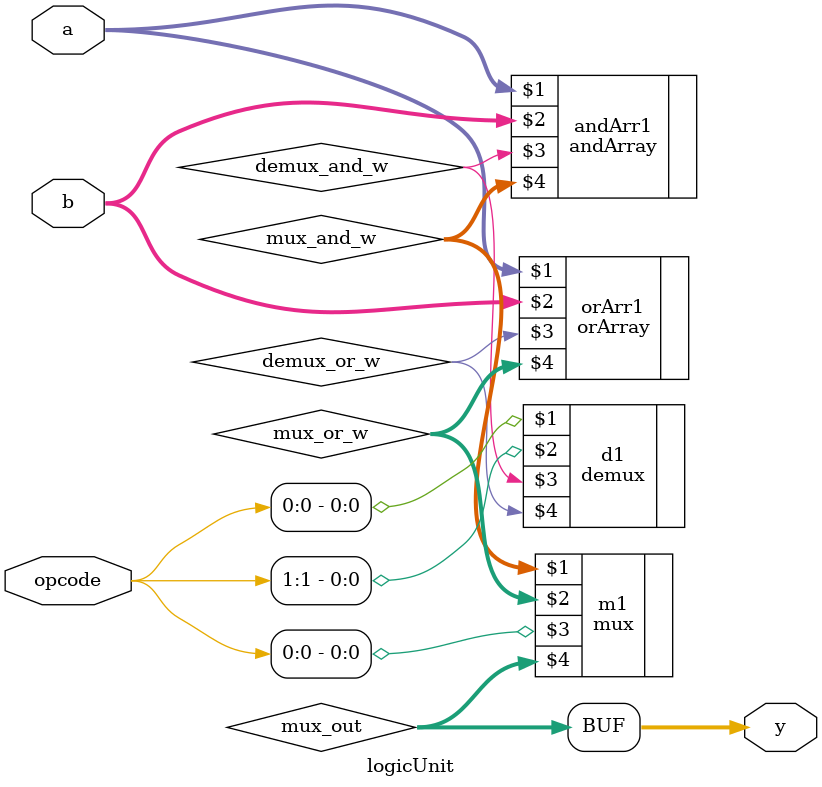
<source format=v>
module logicUnit(
    input  [3:0] a, b,
    input  [1:0] opcode,
    output [3:0] y
);
    wire demux_and_w, demux_or_w;
    wire [3:0] mux_and_w, mux_or_w; 
    wire [3:0] mux_out;

    // demux splits opcode[0] into and/or enable lines, depending on opcode[1]
    // For logic ops (10=AND, 11=OR), enable one path
    demux d1(opcode[0], opcode[1], demux_and_w, demux_or_w);

    andArray andArr1(a, b, demux_and_w, mux_and_w);
    orArray  orArr1(a, b, demux_or_w, mux_or_w);

    mux m1(mux_and_w, mux_or_w, opcode[0], mux_out);

    assign y = mux_out; 
endmodule

</source>
